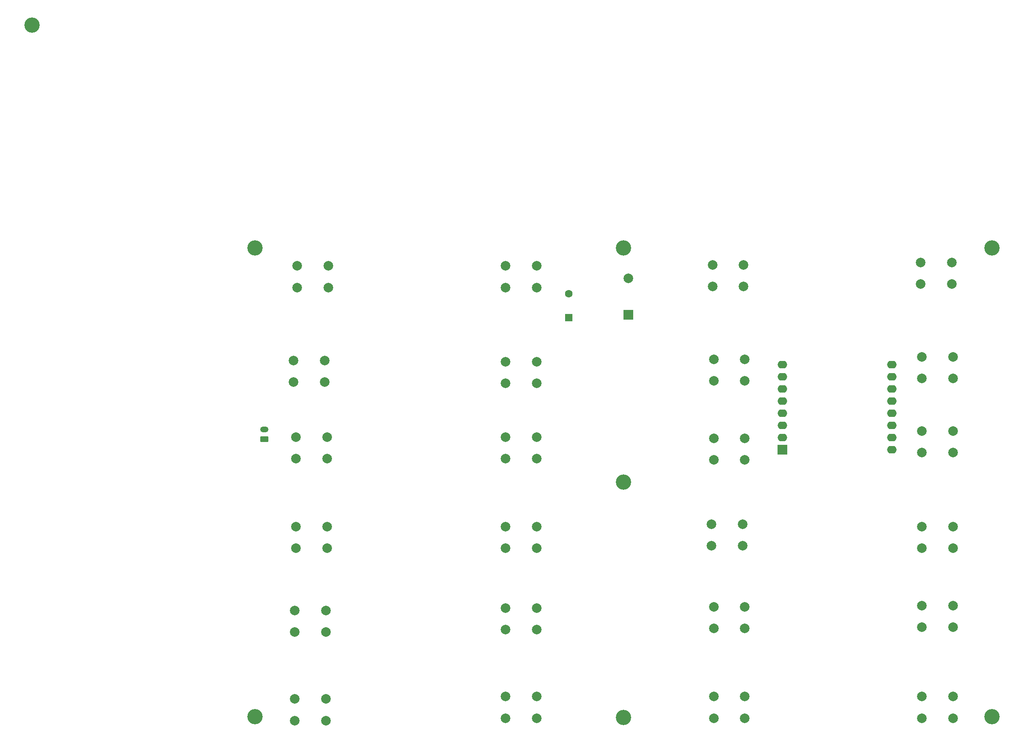
<source format=gbr>
%TF.GenerationSoftware,KiCad,Pcbnew,9.0.3-9.0.3-0~ubuntu24.04.1*%
%TF.CreationDate,2025-09-29T22:24:15+02:00*%
%TF.ProjectId,ColorMemo,436f6c6f-724d-4656-9d6f-2e6b69636164,rev?*%
%TF.SameCoordinates,Original*%
%TF.FileFunction,Soldermask,Bot*%
%TF.FilePolarity,Negative*%
%FSLAX46Y46*%
G04 Gerber Fmt 4.6, Leading zero omitted, Abs format (unit mm)*
G04 Created by KiCad (PCBNEW 9.0.3-9.0.3-0~ubuntu24.04.1) date 2025-09-29 22:24:15*
%MOMM*%
%LPD*%
G01*
G04 APERTURE LIST*
G04 Aperture macros list*
%AMRoundRect*
0 Rectangle with rounded corners*
0 $1 Rounding radius*
0 $2 $3 $4 $5 $6 $7 $8 $9 X,Y pos of 4 corners*
0 Add a 4 corners polygon primitive as box body*
4,1,4,$2,$3,$4,$5,$6,$7,$8,$9,$2,$3,0*
0 Add four circle primitives for the rounded corners*
1,1,$1+$1,$2,$3*
1,1,$1+$1,$4,$5*
1,1,$1+$1,$6,$7*
1,1,$1+$1,$8,$9*
0 Add four rect primitives between the rounded corners*
20,1,$1+$1,$2,$3,$4,$5,0*
20,1,$1+$1,$4,$5,$6,$7,0*
20,1,$1+$1,$6,$7,$8,$9,0*
20,1,$1+$1,$8,$9,$2,$3,0*%
G04 Aperture macros list end*
%ADD10RoundRect,0.250000X0.625000X-0.350000X0.625000X0.350000X-0.625000X0.350000X-0.625000X-0.350000X0*%
%ADD11O,1.750000X1.200000*%
%ADD12C,2.000000*%
%ADD13C,3.200000*%
%ADD14R,2.000000X2.000000*%
%ADD15O,2.000000X1.600000*%
%ADD16RoundRect,0.250000X0.550000X-0.550000X0.550000X0.550000X-0.550000X0.550000X-0.550000X-0.550000X0*%
%ADD17C,1.600000*%
G04 APERTURE END LIST*
D10*
%TO.C,J1*%
X52000000Y-90000000D03*
D11*
X52000000Y-88000000D03*
%TD*%
D12*
%TO.C,SW16*%
X189350000Y-108300000D03*
X195850000Y-108300000D03*
X189350000Y-112800000D03*
X195850000Y-112800000D03*
%TD*%
D13*
%TO.C,H4*%
X204000000Y-148000000D03*
%TD*%
D12*
%TO.C,SW17*%
X58350000Y-125800000D03*
X64850000Y-125800000D03*
X58350000Y-130300000D03*
X64850000Y-130300000D03*
%TD*%
D13*
%TO.C,H7*%
X3475000Y-3475000D03*
%TD*%
D12*
%TO.C,SW11*%
X102350000Y-89550000D03*
X108850000Y-89550000D03*
X102350000Y-94050000D03*
X108850000Y-94050000D03*
%TD*%
%TO.C,SW12*%
X102350000Y-108300000D03*
X108850000Y-108300000D03*
X102350000Y-112800000D03*
X108850000Y-112800000D03*
%TD*%
%TO.C,SW10*%
X58600000Y-108300000D03*
X65100000Y-108300000D03*
X58600000Y-112800000D03*
X65100000Y-112800000D03*
%TD*%
%TO.C,SW3*%
X145600000Y-53550000D03*
X152100000Y-53550000D03*
X145600000Y-58050000D03*
X152100000Y-58050000D03*
%TD*%
%TO.C,SW15*%
X189350000Y-88300000D03*
X195850000Y-88300000D03*
X189350000Y-92800000D03*
X195850000Y-92800000D03*
%TD*%
%TO.C,SW19*%
X102350000Y-125300000D03*
X108850000Y-125300000D03*
X102350000Y-129800000D03*
X108850000Y-129800000D03*
%TD*%
%TO.C,SW13*%
X145850000Y-89800000D03*
X152350000Y-89800000D03*
X145850000Y-94300000D03*
X152350000Y-94300000D03*
%TD*%
D13*
%TO.C,H2*%
X50000000Y-50000000D03*
%TD*%
%TO.C,H5*%
X127000000Y-99000000D03*
%TD*%
%TO.C,H6*%
X127000000Y-148200000D03*
%TD*%
%TO.C,H8*%
X127000000Y-50000000D03*
%TD*%
D12*
%TO.C,SW23*%
X189350000Y-124800000D03*
X195850000Y-124800000D03*
X189350000Y-129300000D03*
X195850000Y-129300000D03*
%TD*%
%TO.C,SW20*%
X102350000Y-143800000D03*
X108850000Y-143800000D03*
X102350000Y-148300000D03*
X108850000Y-148300000D03*
%TD*%
%TO.C,SW22*%
X145850000Y-143800000D03*
X152350000Y-143800000D03*
X145850000Y-148300000D03*
X152350000Y-148300000D03*
%TD*%
%TO.C,SW14*%
X145350000Y-107800000D03*
X151850000Y-107800000D03*
X145350000Y-112300000D03*
X151850000Y-112300000D03*
%TD*%
%TO.C,SW4*%
X189100000Y-53050000D03*
X195600000Y-53050000D03*
X189100000Y-57550000D03*
X195600000Y-57550000D03*
%TD*%
%TO.C,SW9*%
X58600000Y-89550000D03*
X65100000Y-89550000D03*
X58600000Y-94050000D03*
X65100000Y-94050000D03*
%TD*%
%TO.C,SW5*%
X64600000Y-78050000D03*
X58100000Y-78050000D03*
X64600000Y-73550000D03*
X58100000Y-73550000D03*
%TD*%
%TO.C,SW2*%
X102350000Y-53800000D03*
X108850000Y-53800000D03*
X102350000Y-58300000D03*
X108850000Y-58300000D03*
%TD*%
%TO.C,SW24*%
X189350000Y-143800000D03*
X195850000Y-143800000D03*
X189350000Y-148300000D03*
X195850000Y-148300000D03*
%TD*%
%TO.C,SW8*%
X195850000Y-77300000D03*
X189350000Y-77300000D03*
X195850000Y-72800000D03*
X189350000Y-72800000D03*
%TD*%
%TO.C,SW6*%
X108850000Y-78300000D03*
X102350000Y-78300000D03*
X108850000Y-73800000D03*
X102350000Y-73800000D03*
%TD*%
D13*
%TO.C,H3*%
X204000000Y-50000000D03*
%TD*%
D12*
%TO.C,SW21*%
X145850000Y-125050000D03*
X152350000Y-125050000D03*
X145850000Y-129550000D03*
X152350000Y-129550000D03*
%TD*%
D13*
%TO.C,H1*%
X50000000Y-148000000D03*
%TD*%
D12*
%TO.C,SW7*%
X152350000Y-77800000D03*
X145850000Y-77800000D03*
X152350000Y-73300000D03*
X145850000Y-73300000D03*
%TD*%
%TO.C,SW18*%
X58350000Y-144300000D03*
X64850000Y-144300000D03*
X58350000Y-148800000D03*
X64850000Y-148800000D03*
%TD*%
%TO.C,SW1*%
X58850000Y-53800000D03*
X65350000Y-53800000D03*
X58850000Y-58300000D03*
X65350000Y-58300000D03*
%TD*%
D14*
%TO.C,U1*%
X160155000Y-92190000D03*
D15*
X160155000Y-89650000D03*
X160155000Y-87110000D03*
X160155000Y-84570000D03*
X160155000Y-82030000D03*
X160155000Y-79490000D03*
X160155000Y-76950000D03*
X160155000Y-74410000D03*
X183015000Y-74410000D03*
X183015000Y-76950000D03*
X183015000Y-79490000D03*
X183015000Y-82030000D03*
X183015000Y-84570000D03*
X183015000Y-87110000D03*
X183015000Y-89650000D03*
X183015000Y-92190000D03*
%TD*%
D14*
%TO.C,BZ1*%
X128000000Y-64000000D03*
D12*
X128000000Y-56400000D03*
%TD*%
D16*
%TO.C,C13*%
X115600000Y-64600000D03*
D17*
X115600000Y-59600000D03*
%TD*%
M02*

</source>
